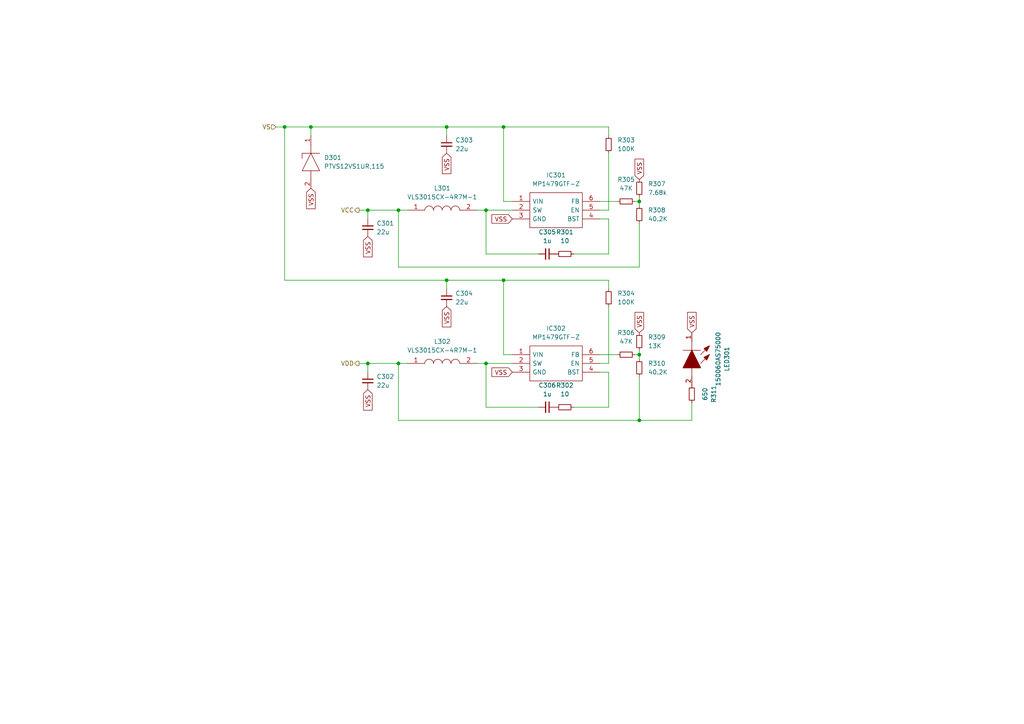
<source format=kicad_sch>
(kicad_sch (version 20231120) (generator "eeschema") (generator_version "8.0")
  (paper "A4")
  (lib_symbols
    (symbol "Device:C_Small" (pin_numbers hide) (pin_names (offset 0.254) hide)
      (property "Reference" "C" (at 0.254 1.778 0))
      (property "Value" "C_Small" (at 0.254 -2.032 0))
      (symbol "C_Small_0_1"
        (polyline (pts (xy -1.524 -0.508) (xy 1.524 -0.508)) (stroke (width 0.3302)))
        (polyline (pts (xy -1.524 0.508) (xy 1.524 0.508)) (stroke (width 0.3048)))
      )
      (symbol "C_Small_1_1"
        (pin passive line (at 0 2.54 270) (length 2.032) (name "~") (number "1"))
        (pin passive line (at 0 -2.54 90) (length 2.032) (name "~") (number "2"))
      )
    )
    (symbol "Device:R_Small" (pin_numbers hide) (pin_names (offset 0.254) hide)
      (property "Reference" "R" (at 0.762 0.508 0))
      (property "Value" "R_Small" (at 0.762 -1.016 0))
      (symbol "R_Small_0_1"
        (rectangle (start -0.762 1.778) (end 0.762 -1.778) (stroke (width 0.2032)))
      )
      (symbol "R_Small_1_1"
        (pin passive line (at 0 2.54 270) (length 0.762) (name "~") (number "1"))
        (pin passive line (at 0 -2.54 90) (length 0.762) (name "~") (number "2"))
      )
    )
    (symbol "SamacSys_Parts:150060AS75000" (pin_names (offset 0.762))
      (property "Reference" "LED" (at 12.7 8.89 0))
      (property "Value" "150060AS75000" (at 12.7 6.35 0))
      (symbol "150060AS75000_0_0"
        (pin passive line (at 0 0 0) (length 2.54) (name "~") (number "1"))
        (pin passive line (at 15.24 0 180) (length 2.54) (name "~") (number "2"))
      )
      (symbol "150060AS75000_0_1"
        (polyline (pts (xy 2.54 0) (xy 5.08 0)) (stroke (width 0.1524)))
        (polyline (pts (xy 5.08 2.54) (xy 5.08 -2.54)) (stroke (width 0.1524)))
        (polyline (pts (xy 6.35 2.54) (xy 3.81 5.08)) (stroke (width 0.1524)))
        (polyline (pts (xy 8.89 2.54) (xy 6.35 5.08)) (stroke (width 0.1524)))
        (polyline (pts (xy 10.16 0) (xy 12.7 0)) (stroke (width 0.1524)))
        (polyline (pts (xy 5.08 0) (xy 10.16 2.54) (xy 10.16 -2.54) (xy 5.08 0)) (stroke (width 0.254)) (fill (type outline)))
        (polyline (pts (xy 5.334 4.318) (xy 4.572 3.556) (xy 3.81 5.08) (xy 5.334 4.318)) (stroke (width 0.254)) (fill (type outline)))
        (polyline (pts (xy 7.874 4.318) (xy 7.112 3.556) (xy 6.35 5.08) (xy 7.874 4.318)) (stroke (width 0.254)) (fill (type outline)))
      )
    )
    (symbol "SamacSys_Parts:MP1479GTF-Z" (pin_names (offset 0.762))
      (property "Reference" "IC" (at 21.59 7.62 0))
      (property "Value" "MP1479GTF-Z" (at 21.59 5.08 0))
      (symbol "MP1479GTF-Z_0_0"
        (pin passive line (at 0 0 0) (length 5.08) (name "VIN") (number "1"))
        (pin passive line (at 0 -2.54 0) (length 5.08) (name "SW") (number "2"))
        (pin passive line (at 0 -5.08 0) (length 5.08) (name "GND") (number "3"))
        (pin passive line (at 25.4 -5.08 180) (length 5.08) (name "BST") (number "4"))
        (pin passive line (at 25.4 -2.54 180) (length 5.08) (name "EN") (number "5"))
        (pin passive line (at 25.4 0 180) (length 5.08) (name "FB") (number "6"))
      )
      (symbol "MP1479GTF-Z_0_1"
        (polyline (pts (xy 5.08 2.54) (xy 20.32 2.54) (xy 20.32 -7.62) (xy 5.08 -7.62) (xy 5.08 2.54)) (stroke (width 0.1524)))
      )
    )
    (symbol "SamacSys_Parts:PTVS12VS1UR,115" (pin_names (offset 0.762))
      (property "Reference" "D" (at 10.16 8.89 0))
      (property "Value" "PTVS12VS1UR,115" (at 10.16 6.35 0))
      (symbol "PTVS12VS1UR,115_0_0"
        (pin passive line (at 0 0 0) (length 2.54) (name "~") (number "1"))
        (pin passive line (at 15.24 0 180) (length 2.54) (name "~") (number "2"))
      )
      (symbol "PTVS12VS1UR,115_0_1"
        (polyline (pts (xy 2.54 0) (xy 5.08 0)) (stroke (width 0.1524)))
        (polyline (pts (xy 5.08 -2.54) (xy 6.604 -2.54)) (stroke (width 0.1524)))
        (polyline (pts (xy 5.08 2.54) (xy 5.08 -2.54)) (stroke (width 0.1524)))
        (polyline (pts (xy 12.7 0) (xy 10.16 0)) (stroke (width 0.1524)))
        (polyline (pts (xy 5.08 0) (xy 10.16 2.54) (xy 10.16 -2.54) (xy 5.08 0)) (stroke (width 0.1524)))
      )
    )
    (symbol "SamacSys_Parts:VLS3015CX-4R7M-1" (pin_names (offset 0.762))
      (property "Reference" "L" (at 16.51 6.35 0))
      (property "Value" "VLS3015CX-4R7M-1" (at 16.51 3.81 0))
      (symbol "VLS3015CX-4R7M-1_0_0"
        (pin passive line (at 0 0 0) (length 5.08) (name "~") (number "1"))
        (pin passive line (at 20.32 0 180) (length 5.08) (name "~") (number "2"))
      )
      (symbol "VLS3015CX-4R7M-1_0_1"
        (arc (start 7.62 0) (mid 6.35 1.2202) (end 5.08 0) (stroke (width 0.1524)))
        (arc (start 10.16 0) (mid 8.89 1.2202) (end 7.62 0) (stroke (width 0.1524)))
        (arc (start 12.7 0) (mid 11.43 1.2202) (end 10.16 0) (stroke (width 0.1524)))
        (arc (start 15.24 0) (mid 13.97 1.2202) (end 12.7 0) (stroke (width 0.1524)))
      )
    )
  )
  (junction (at 185.42 58.42))
  (junction (at 106.68 60.96))
  (junction (at 106.68 105.41))
  (junction (at 185.42 121.92))
  (junction (at 129.54 81.28))
  (junction (at 115.57 60.96))
  (junction (at 146.05 81.28))
  (junction (at 146.05 36.83))
  (junction (at 82.55 36.83))
  (junction (at 90.17 36.83))
  (junction (at 129.54 36.83))
  (junction (at 140.97 105.41))
  (junction (at 115.57 105.41))
  (junction (at 185.42 102.87))
  (junction (at 140.97 60.96))
  (wire (pts (xy 185.42 101.6) (xy 185.42 102.87)))
  (wire (pts (xy 185.42 102.87) (xy 185.42 104.14)))
  (wire (pts (xy 129.54 36.83) (xy 129.54 39.37)))
  (wire (pts (xy 185.42 58.42) (xy 185.42 59.69)))
  (wire (pts (xy 185.42 121.92) (xy 185.42 109.22)))
  (wire (pts (xy 90.17 36.83) (xy 129.54 36.83)))
  (wire (pts (xy 140.97 60.96) (xy 148.59 60.96)))
  (wire (pts (xy 176.53 39.37) (xy 176.53 36.83)))
  (wire (pts (xy 129.54 81.28) (xy 129.54 83.82)))
  (wire (pts (xy 176.53 118.11) (xy 176.53 107.95)))
  (wire (pts (xy 115.57 60.96) (xy 115.57 77.47)))
  (wire (pts (xy 106.68 60.96) (xy 106.68 63.5)))
  (wire (pts (xy 166.37 118.11) (xy 176.53 118.11)))
  (wire (pts (xy 176.53 83.82) (xy 176.53 81.28)))
  (wire (pts (xy 146.05 81.28) (xy 129.54 81.28)))
  (wire (pts (xy 146.05 102.87) (xy 146.05 81.28)))
  (wire (pts (xy 146.05 58.42) (xy 146.05 36.83)))
  (wire (pts (xy 106.68 60.96) (xy 115.57 60.96)))
  (wire (pts (xy 115.57 77.47) (xy 185.42 77.47)))
  (wire (pts (xy 80.01 36.83) (xy 82.55 36.83)))
  (wire (pts (xy 184.15 58.42) (xy 185.42 58.42)))
  (wire (pts (xy 176.53 107.95) (xy 173.99 107.95)))
  (wire (pts (xy 166.37 73.66) (xy 176.53 73.66)))
  (wire (pts (xy 146.05 36.83) (xy 129.54 36.83)))
  (wire (pts (xy 104.14 105.41) (xy 106.68 105.41)))
  (wire (pts (xy 140.97 118.11) (xy 140.97 105.41)))
  (wire (pts (xy 140.97 73.66) (xy 140.97 60.96)))
  (wire (pts (xy 138.43 105.41) (xy 140.97 105.41)))
  (wire (pts (xy 176.53 88.9) (xy 176.53 105.41)))
  (wire (pts (xy 104.14 60.96) (xy 106.68 60.96)))
  (wire (pts (xy 156.21 118.11) (xy 140.97 118.11)))
  (wire (pts (xy 176.53 105.41) (xy 173.99 105.41)))
  (wire (pts (xy 129.54 81.28) (xy 82.55 81.28)))
  (wire (pts (xy 148.59 102.87) (xy 146.05 102.87)))
  (wire (pts (xy 184.15 102.87) (xy 185.42 102.87)))
  (wire (pts (xy 90.17 39.37) (xy 90.17 36.83)))
  (wire (pts (xy 176.53 81.28) (xy 146.05 81.28)))
  (wire (pts (xy 82.55 36.83) (xy 90.17 36.83)))
  (wire (pts (xy 173.99 102.87) (xy 179.07 102.87)))
  (wire (pts (xy 176.53 63.5) (xy 173.99 63.5)))
  (wire (pts (xy 115.57 105.41) (xy 115.57 121.92)))
  (wire (pts (xy 176.53 60.96) (xy 173.99 60.96)))
  (wire (pts (xy 156.21 73.66) (xy 140.97 73.66)))
  (wire (pts (xy 106.68 105.41) (xy 115.57 105.41)))
  (wire (pts (xy 115.57 60.96) (xy 118.11 60.96)))
  (wire (pts (xy 176.53 44.45) (xy 176.53 60.96)))
  (wire (pts (xy 200.66 121.92) (xy 185.42 121.92)))
  (wire (pts (xy 148.59 58.42) (xy 146.05 58.42)))
  (wire (pts (xy 173.99 58.42) (xy 179.07 58.42)))
  (wire (pts (xy 138.43 60.96) (xy 140.97 60.96)))
  (wire (pts (xy 176.53 73.66) (xy 176.53 63.5)))
  (wire (pts (xy 115.57 121.92) (xy 185.42 121.92)))
  (wire (pts (xy 115.57 105.41) (xy 118.11 105.41)))
  (wire (pts (xy 185.42 57.15) (xy 185.42 58.42)))
  (wire (pts (xy 185.42 77.47) (xy 185.42 64.77)))
  (wire (pts (xy 200.66 116.84) (xy 200.66 121.92)))
  (wire (pts (xy 176.53 36.83) (xy 146.05 36.83)))
  (wire (pts (xy 106.68 105.41) (xy 106.68 107.95)))
  (wire (pts (xy 82.55 81.28) (xy 82.55 36.83)))
  (wire (pts (xy 140.97 105.41) (xy 148.59 105.41)))
  (global_label "VSS" (shape input) (at 129.54 44.45 270) (property "Intersheetrefs" "${INTERSHEET_REFS}" (effects (hide yes))))
  (global_label "VSS" (shape input) (at 148.59 63.5 180) (property "Intersheetrefs" "${INTERSHEET_REFS}" (effects (hide yes))))
  (global_label "VSS" (shape input) (at 185.42 52.07 90) (property "Intersheetrefs" "${INTERSHEET_REFS}" (effects (hide yes))))
  (global_label "VSS" (shape input) (at 129.54 88.9 270) (property "Intersheetrefs" "${INTERSHEET_REFS}" (effects (hide yes))))
  (global_label "VSS" (shape input) (at 106.68 68.58 270) (property "Intersheetrefs" "${INTERSHEET_REFS}" (effects (hide yes))))
  (global_label "VSS" (shape input) (at 106.68 113.03 270) (property "Intersheetrefs" "${INTERSHEET_REFS}" (effects (hide yes))))
  (global_label "VSS" (shape input) (at 200.66 96.52 90) (property "Intersheetrefs" "${INTERSHEET_REFS}" (effects (hide yes))))
  (global_label "VSS" (shape input) (at 185.42 96.52 90) (property "Intersheetrefs" "${INTERSHEET_REFS}" (effects (hide yes))))
  (global_label "VSS" (shape input) (at 148.59 107.95 180) (property "Intersheetrefs" "${INTERSHEET_REFS}" (effects (hide yes))))
  (global_label "VSS" (shape input) (at 90.17 54.61 270) (property "Intersheetrefs" "${INTERSHEET_REFS}" (effects (hide yes))))
  (hierarchical_label "VCC" (shape output) (at 104.14 60.96 180))
  (hierarchical_label "VS" (shape input) (at 80.01 36.83 180))
  (hierarchical_label "VDD" (shape output) (at 104.14 105.41 180))
  (symbol (lib_id "SamacSys_Parts:PTVS12VS1UR,115") (at 90.17 39.37 270) (unit 1)
    (property "Reference" "D301" (at 93.98 45.7199 90) (effects (justify left)))
    (property "Value" "PTVS12VS1UR,115" (at 93.98 48.2599 90) (effects (justify left)))
    (property "Footprint" "SamacSys_Parts:SOD123W" (effects (hide yes)))
    (property "Datasheet" "https://assets.nexperia.com/documents/data-sheet/PTVSXS1UR_SER.pdf" (effects (hide yes)))
    (property "Description" "PTVSxS1UR series - 400 W Transient Voltage Suppressor" (effects (hide yes)))
    (property "Mouser Part Number" "771-PTVS12VS1UR115" (effects (hide yes)))
    (property "Mouser Price/Stock" "https://www.mouser.co.uk/ProductDetail/Nexperia/PTVS12VS1UR115?qs=LMSg3oBIm%2FiWSHvsyxWiLg%3D%3D" (effects (hide yes)))
    (property "Manufacturer_Name" "Nexperia" (effects (hide yes)))
    (property "Manufacturer_Part_Number" "PTVS12VS1UR,115" (effects (hide yes)))
  )
  (symbol (lib_id "Device:C_Small") (at 129.54 41.91 0) (unit 1)
    (property "Reference" "C303" (at 132.08 40.6462 0) (effects (justify left)))
    (property "Value" "22u" (at 132.08 43.1862 0) (effects (justify left)))
    (property "Footprint" "Capacitor_SMD:C_0805_2012Metric" (effects (hide yes)))
  )
  (symbol (lib_id "SamacSys_Parts:MP1479GTF-Z") (at 148.59 102.87 0) (unit 1)
    (property "Reference" "IC302" (at 161.29 95.25 0))
    (property "Value" "MP1479GTF-Z" (at 161.29 97.79 0))
    (property "Footprint" "SamacSys_Parts:MP1479GTFZ" (effects (hide yes)))
    (property "Datasheet" "https://www.mouser.jp/datasheet/2/277/MP1479-1578710.pdf" (effects (hide yes)))
    (property "Description" "Switching Voltage Regulators 1A, 3.9-18V, 800kHz, High-Efficiency, Synchronous, Step-Down Converter In SOT 563.,vin" (effects (hide yes)))
    (property "Height" "0.6" (effects (hide yes)))
    (property "Mouser Part Number" "946-MP1479GTF-Z" (effects (hide yes)))
    (property "Mouser Price/Stock" "https://www.mouser.co.uk/ProductDetail/Monolithic-Power-Systems-MPS/MP1479GTF-Z?qs=Zz7%252BYVVL6bGk%2F%252B5w%252BBioWg%3D%3D" (effects (hide yes)))
    (property "Manufacturer_Name" "Monolithic Power Systems (MPS)" (effects (hide yes)))
    (property "Manufacturer_Part_Number" "MP1479GTF-Z" (effects (hide yes)))
  )
  (symbol (lib_id "SamacSys_Parts:150060AS75000") (at 200.66 96.52 270) (unit 1)
    (property "Reference" "LED301" (at 210.82 104.14 0))
    (property "Value" "150060AS75000" (at 208.28 104.14 0))
    (property "Footprint" "SamacSys_Parts:LEDC1608X80N" (effects (hide yes)))
    (property "Datasheet" "https://componentsearchengine.com/Datasheets/2/150060AS75000.pdf" (effects (hide yes)))
    (property "Description" "2.4 V Amber LED 1608 (0603)  SMD, Wurth Elektronik WL-SMCW 150060AS75000" (effects (hide yes)))
    (property "Height" "0.8" (effects (hide yes)))
    (property "Mouser Part Number" "710-150060AS75000" (effects (hide yes)))
    (property "Mouser Price/Stock" "https://www.mouser.co.uk/ProductDetail/Wurth-Elektronik/150060AS75000?qs=d0WKAl%252BL4KbvMBYryeof0Q%3D%3D" (effects (hide yes)))
    (property "Manufacturer_Name" "Wurth Elektronik" (effects (hide yes)))
    (property "Manufacturer_Part_Number" "150060AS75000" (effects (hide yes)))
  )
  (symbol (lib_id "Device:R_Small") (at 163.83 73.66 270) (unit 1)
    (property "Reference" "R301" (at 163.83 67.31 90))
    (property "Value" "10" (at 163.83 69.85 90))
    (property "Footprint" "Resistor_SMD:R_0402_1005Metric" (effects (hide yes)))
  )
  (symbol (lib_id "Device:R_Small") (at 200.66 114.3 0) (unit 1)
    (property "Reference" "R311" (at 207.01 114.3 90))
    (property "Value" "650" (at 204.47 114.3 90))
    (property "Footprint" "Resistor_SMD:R_0402_1005Metric" (effects (hide yes)))
  )
  (symbol (lib_id "Device:R_Small") (at 185.42 106.68 0) (unit 1)
    (property "Reference" "R310" (at 187.96 105.4099 0) (effects (justify left)))
    (property "Value" "40.2K" (at 187.96 107.9499 0) (effects (justify left)))
    (property "Footprint" "Resistor_SMD:R_0402_1005Metric" (effects (hide yes)))
  )
  (symbol (lib_id "Device:R_Small") (at 185.42 99.06 0) (unit 1)
    (property "Reference" "R309" (at 187.96 97.7899 0) (effects (justify left)))
    (property "Value" "13K" (at 187.96 100.3299 0) (effects (justify left)))
    (property "Footprint" "Resistor_SMD:R_0402_1005Metric" (effects (hide yes)))
  )
  (symbol (lib_id "Device:R_Small") (at 185.42 54.61 0) (unit 1)
    (property "Reference" "R307" (at 187.96 53.3399 0) (effects (justify left)))
    (property "Value" "7.68k" (at 187.96 55.8799 0) (effects (justify left)))
    (property "Footprint" "Resistor_SMD:R_0402_1005Metric" (effects (hide yes)))
  )
  (symbol (lib_id "Device:R_Small") (at 176.53 41.91 0) (unit 1)
    (property "Reference" "R303" (at 179.07 40.6399 0) (effects (justify left)))
    (property "Value" "100K" (at 179.07 43.1799 0) (effects (justify left)))
    (property "Footprint" "Resistor_SMD:R_0402_1005Metric" (effects (hide yes)))
  )
  (symbol (lib_id "Device:R_Small") (at 181.61 102.87 90) (unit 1)
    (property "Reference" "R306" (at 181.61 96.52 90))
    (property "Value" "47K" (at 181.61 99.06 90))
    (property "Footprint" "Resistor_SMD:R_0402_1005Metric" (effects (hide yes)))
  )
  (symbol (lib_id "Device:C_Small") (at 129.54 86.36 0) (unit 1)
    (property "Reference" "C304" (at 132.08 85.0962 0) (effects (justify left)))
    (property "Value" "22u" (at 132.08 87.6362 0) (effects (justify left)))
    (property "Footprint" "Capacitor_SMD:C_0805_2012Metric" (effects (hide yes)))
  )
  (symbol (lib_id "SamacSys_Parts:VLS3015CX-4R7M-1") (at 118.11 105.41 0) (unit 1)
    (property "Reference" "L302" (at 128.27 99.06 0))
    (property "Value" "VLS3015CX-4R7M-1" (at 128.27 101.6 0))
    (property "Footprint" "SamacSys_Parts:VLS3015" (effects (hide yes)))
    (property "Datasheet" "https://product.tdk.com/system/files/dam/doc/product/inductor/inductor/smd/catalog/inductor_commercial_power_vls3015cx-1_en.pdf" (effects (hide yes)))
    (property "Description" "SMD / SMT Inductors (Coils), L=4.7?H, L x W x T :" (effects (hide yes)))
    (property "Manufacturer_Name" "TDK" (effects (hide yes)))
    (property "Manufacturer_Part_Number" "VLS3015CX-4R7M-1" (effects (hide yes)))
    (property "Mouser Part Number" "810-VLS3015CX-4R7M-1" (effects (hide yes)))
    (property "Mouser Price/Stock" "https://www.mouser.co.uk/ProductDetail/TDK/VLS3015CX-4R7M-1?qs=gZXFycFWdANzf31QH9GBWA%3D%3D" (effects (hide yes)))
    (property "Arrow Part Number" "VLS3015CX-4R7M-1" (effects (hide yes)))
    (property "Arrow Price/Stock" "https://www.arrow.com/en/products/vls3015cx-4r7m-1/tdk?region=nac" (effects (hide yes)))
  )
  (symbol (lib_id "Device:R_Small") (at 181.61 58.42 90) (unit 1)
    (property "Reference" "R305" (at 181.61 52.07 90))
    (property "Value" "47K" (at 181.61 54.61 90))
    (property "Footprint" "Resistor_SMD:R_0402_1005Metric" (effects (hide yes)))
  )
  (symbol (lib_id "Device:R_Small") (at 163.83 118.11 270) (unit 1)
    (property "Reference" "R302" (at 163.83 111.76 90))
    (property "Value" "10" (at 163.83 114.3 90))
    (property "Footprint" "Resistor_SMD:R_0402_1005Metric" (effects (hide yes)))
  )
  (symbol (lib_id "SamacSys_Parts:VLS3015CX-4R7M-1") (at 118.11 60.96 0) (unit 1)
    (property "Reference" "L301" (at 128.27 54.61 0))
    (property "Value" "VLS3015CX-4R7M-1" (at 128.27 57.15 0))
    (property "Footprint" "SamacSys_Parts:VLS3015" (effects (hide yes)))
    (property "Datasheet" "https://product.tdk.com/system/files/dam/doc/product/inductor/inductor/smd/catalog/inductor_commercial_power_vls3015cx-1_en.pdf" (effects (hide yes)))
    (property "Description" "SMD / SMT Inductors (Coils), L=4.7?H, L x W x T :" (effects (hide yes)))
    (property "Manufacturer_Name" "TDK" (effects (hide yes)))
    (property "Manufacturer_Part_Number" "VLS3015CX-4R7M-1" (effects (hide yes)))
    (property "Mouser Part Number" "810-VLS3015CX-4R7M-1" (effects (hide yes)))
    (property "Mouser Price/Stock" "https://www.mouser.co.uk/ProductDetail/TDK/VLS3015CX-4R7M-1?qs=gZXFycFWdANzf31QH9GBWA%3D%3D" (effects (hide yes)))
    (property "Arrow Part Number" "VLS3015CX-4R7M-1" (effects (hide yes)))
    (property "Arrow Price/Stock" "https://www.arrow.com/en/products/vls3015cx-4r7m-1/tdk?region=nac" (effects (hide yes)))
  )
  (symbol (lib_id "Device:R_Small") (at 185.42 62.23 0) (unit 1)
    (property "Reference" "R308" (at 187.96 60.9599 0) (effects (justify left)))
    (property "Value" "40.2K" (at 187.96 63.4999 0) (effects (justify left)))
    (property "Footprint" "Resistor_SMD:R_0402_1005Metric" (effects (hide yes)))
  )
  (symbol (lib_id "Device:C_Small") (at 158.75 73.66 270) (unit 1)
    (property "Reference" "C305" (at 158.7436 67.31 90))
    (property "Value" "1u" (at 158.7436 69.85 90))
    (property "Footprint" "Capacitor_SMD:C_0603_1608Metric" (effects (hide yes)))
  )
  (symbol (lib_id "Device:C_Small") (at 106.68 110.49 0) (unit 1)
    (property "Reference" "C302" (at 109.22 109.2262 0) (effects (justify left)))
    (property "Value" "22u" (at 109.22 111.7662 0) (effects (justify left)))
    (property "Footprint" "Capacitor_SMD:C_0805_2012Metric" (effects (hide yes)))
  )
  (symbol (lib_id "Device:C_Small") (at 106.68 66.04 0) (unit 1)
    (property "Reference" "C301" (at 109.22 64.7762 0) (effects (justify left)))
    (property "Value" "22u" (at 109.22 67.3162 0) (effects (justify left)))
    (property "Footprint" "Capacitor_SMD:C_0805_2012Metric" (effects (hide yes)))
  )
  (symbol (lib_id "Device:C_Small") (at 158.75 118.11 270) (unit 1)
    (property "Reference" "C306" (at 158.7436 111.76 90))
    (property "Value" "1u" (at 158.7436 114.3 90))
    (property "Footprint" "Capacitor_SMD:C_0603_1608Metric" (effects (hide yes)))
  )
  (symbol (lib_id "Device:R_Small") (at 176.53 86.36 0) (unit 1)
    (property "Reference" "R304" (at 179.07 85.0899 0) (effects (justify left)))
    (property "Value" "100K" (at 179.07 87.6299 0) (effects (justify left)))
    (property "Footprint" "Resistor_SMD:R_0402_1005Metric" (effects (hide yes)))
  )
  (symbol (lib_id "SamacSys_Parts:MP1479GTF-Z") (at 148.59 58.42 0) (unit 1)
    (property "Reference" "IC301" (at 161.29 50.8 0))
    (property "Value" "MP1479GTF-Z" (at 161.29 53.34 0))
    (property "Footprint" "SamacSys_Parts:MP1479GTFZ" (effects (hide yes)))
    (property "Datasheet" "https://www.mouser.jp/datasheet/2/277/MP1479-1578710.pdf" (effects (hide yes)))
    (property "Description" "Switching Voltage Regulators 1A, 3.9-18V, 800kHz, High-Efficiency, Synchronous, Step-Down Converter In SOT 563.,vin" (effects (hide yes)))
    (property "Height" "0.6" (effects (hide yes)))
    (property "Mouser Part Number" "946-MP1479GTF-Z" (effects (hide yes)))
    (property "Mouser Price/Stock" "https://www.mouser.co.uk/ProductDetail/Monolithic-Power-Systems-MPS/MP1479GTF-Z?qs=Zz7%252BYVVL6bGk%2F%252B5w%252BBioWg%3D%3D" (effects (hide yes)))
    (property "Manufacturer_Name" "Monolithic Power Systems (MPS)" (effects (hide yes)))
    (property "Manufacturer_Part_Number" "MP1479GTF-Z" (effects (hide yes)))
  )
)
</source>
